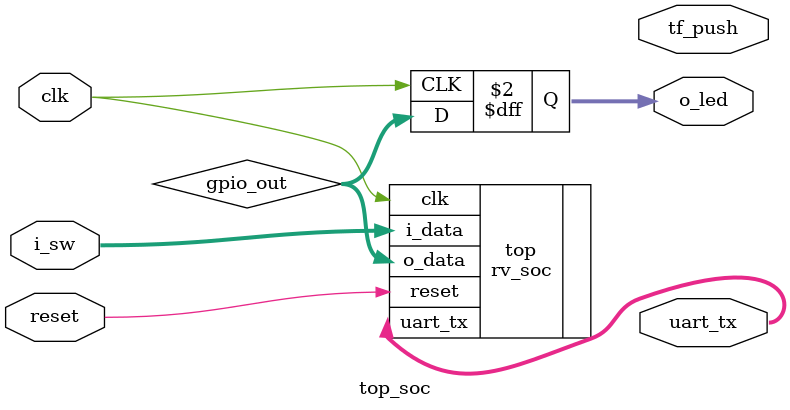
<source format=v>
module top_soc(
    input wire clk,
    input wire reset,
    input wire [15:0] i_sw,
    output wire [15:0] o_led,
    output wire tf_push,
    output wire [7:0] uart_tx
    );

    wire [15:0]  gpio_out;
    always @(posedge clk) begin
       o_led[15:0] <= gpio_out[15:0];
    end

    rv_soc top(
        .clk (clk),
        .reset (reset),
        .i_data (i_sw),
        .o_data (gpio_out),
        .uart_tx (uart_tx)
    );
endmodule

</source>
